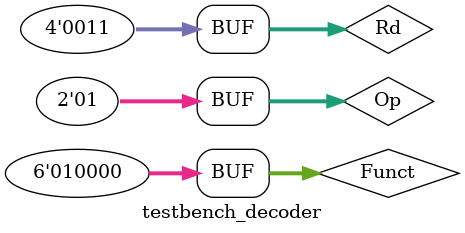
<source format=sv>
module testbench_decoder();

	logic [1:0] Op;
	logic [5:0] Funct;
	logic [3:0] Rd;
	
	logic [1:0] FlagW;
	logic PCS, RegW, MemW;
	logic MemtoReg, ALUSrc;
	logic [1:0] ImmSrc, RegSrc, ALUControl;
	
	decoder decoder_tb (Op, Funct, Rd, FlagW, PCS, RegW, MemW, MemtoReg, ALUSrc, ImmSrc, RegSrc, ALUControl);
	
	initial begin
	Op = 2'b00;
	Funct = 6'b000000;
	Rd = 4'b0000;
	
	#20
	Op = 2'b01;
	Funct = 6'b010000;
	Rd = 4'b0011;
	
	#20;

	end
	
endmodule
</source>
